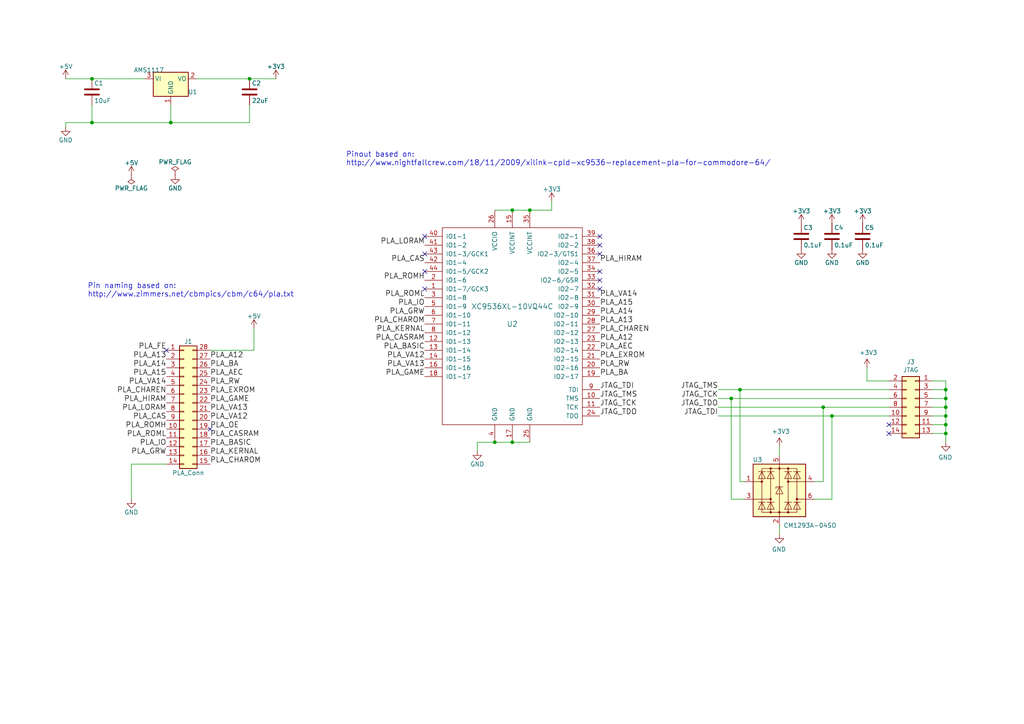
<source format=kicad_sch>
(kicad_sch (version 20231120) (generator "eeschema") (generator_version "8.0")
  (paper "A4")
  (title_block (title "DodgyPLA") (date "2019-10-14") (rev "3") (comment 1 "Commodore 64 PLA Replacement") (comment 2 "Heavily based on: http://github.com/desaster/c64-dodgypla") (comment 3 "http://github.com/hackup/c64-dodgypla"))
  (lib_symbols
    (symbol "Connector_Generic:Conn_02x07_Odd_Even" (pin_names (offset 1.016) hide)
      (property "Reference" "J" (at 1.27 10.16 0))
      (property "Value" "Conn_02x07_Odd_Even" (at 1.27 -10.16 0))
      (symbol "Conn_02x07_Odd_Even_1_1"
        (rectangle (start -1.27 -7.493) (end 0 -7.747) (stroke (width 0.1524)))
        (rectangle (start -1.27 -4.953) (end 0 -5.207) (stroke (width 0.1524)))
        (rectangle (start -1.27 -2.413) (end 0 -2.667) (stroke (width 0.1524)))
        (rectangle (start -1.27 0.127) (end 0 -0.127) (stroke (width 0.1524)))
        (rectangle (start -1.27 2.667) (end 0 2.413) (stroke (width 0.1524)))
        (rectangle (start -1.27 5.207) (end 0 4.953) (stroke (width 0.1524)))
        (rectangle (start -1.27 7.747) (end 0 7.493) (stroke (width 0.1524)))
        (rectangle (start -1.27 8.89) (end 3.81 -8.89) (stroke (width 0.254)) (fill (type background)))
        (rectangle (start 3.81 -7.493) (end 2.54 -7.747) (stroke (width 0.1524)))
        (rectangle (start 3.81 -4.953) (end 2.54 -5.207) (stroke (width 0.1524)))
        (rectangle (start 3.81 -2.413) (end 2.54 -2.667) (stroke (width 0.1524)))
        (rectangle (start 3.81 0.127) (end 2.54 -0.127) (stroke (width 0.1524)))
        (rectangle (start 3.81 2.667) (end 2.54 2.413) (stroke (width 0.1524)))
        (rectangle (start 3.81 5.207) (end 2.54 4.953) (stroke (width 0.1524)))
        (rectangle (start 3.81 7.747) (end 2.54 7.493) (stroke (width 0.1524)))
        (pin passive line (at -5.08 7.62 0) (length 3.81) (name "Pin_1") (number "1"))
        (pin passive line (at 7.62 -2.54 180) (length 3.81) (name "Pin_10") (number "10"))
        (pin passive line (at -5.08 -5.08 0) (length 3.81) (name "Pin_11") (number "11"))
        (pin passive line (at 7.62 -5.08 180) (length 3.81) (name "Pin_12") (number "12"))
        (pin passive line (at -5.08 -7.62 0) (length 3.81) (name "Pin_13") (number "13"))
        (pin passive line (at 7.62 -7.62 180) (length 3.81) (name "Pin_14") (number "14"))
        (pin passive line (at 7.62 7.62 180) (length 3.81) (name "Pin_2") (number "2"))
        (pin passive line (at -5.08 5.08 0) (length 3.81) (name "Pin_3") (number "3"))
        (pin passive line (at 7.62 5.08 180) (length 3.81) (name "Pin_4") (number "4"))
        (pin passive line (at -5.08 2.54 0) (length 3.81) (name "Pin_5") (number "5"))
        (pin passive line (at 7.62 2.54 180) (length 3.81) (name "Pin_6") (number "6"))
        (pin passive line (at -5.08 0 0) (length 3.81) (name "Pin_7") (number "7"))
        (pin passive line (at 7.62 0 180) (length 3.81) (name "Pin_8") (number "8"))
        (pin passive line (at -5.08 -2.54 0) (length 3.81) (name "Pin_9") (number "9"))
      )
    )
    (symbol "Regulator_Linear:AMS1117-3.3"
      (property "Reference" "U" (at -3.81 3.175 0))
      (property "Value" "AMS1117-3.3" (at 0 3.175 0))
      (symbol "AMS1117-3.3_0_1"
        (rectangle (start -5.08 -5.08) (end 5.08 1.905) (stroke (width 0.254)) (fill (type background)))
      )
      (symbol "AMS1117-3.3_1_1"
        (pin power_in line (at 0 -7.62 90) (length 2.54) (name "GND") (number "1"))
        (pin power_out line (at 7.62 0 180) (length 2.54) (name "VO") (number "2"))
        (pin power_in line (at -7.62 0 0) (length 2.54) (name "VI") (number "3"))
      )
    )
    (symbol "dodgypla-rescue:+3.3V-power" (power) (pin_names (offset 0))
      (property "Value" "power_+3.3V" (at 0 3.556 0))
      (symbol "+3.3V-power_0_1"
        (polyline (pts (xy -0.762 1.27) (xy 0 2.54)))
        (polyline (pts (xy 0 0) (xy 0 2.54)))
        (polyline (pts (xy 0 2.54) (xy 0.762 1.27)))
      )
      (symbol "+3.3V-power_1_1"
        (pin power_in line (at 0 0 90) (length 0) hide (name "+3V3") (number "1"))
      )
    )
    (symbol "dodgypla-rescue:+3V3-power" (power) (pin_names (offset 0))
      (property "Value" "power_+3V3" (at 0 3.556 0))
      (symbol "+3V3-power_0_1"
        (polyline (pts (xy -0.762 1.27) (xy 0 2.54)))
        (polyline (pts (xy 0 0) (xy 0 2.54)))
        (polyline (pts (xy 0 2.54) (xy 0.762 1.27)))
      )
      (symbol "+3V3-power_1_1"
        (pin power_in line (at 0 0 90) (length 0) hide (name "+3V3") (number "1"))
      )
    )
    (symbol "dodgypla-rescue:+5V-power" (power) (pin_names (offset 0))
      (property "Value" "power_+5V" (at 0 3.556 0))
      (symbol "+5V-power_0_1"
        (polyline (pts (xy -0.762 1.27) (xy 0 2.54)))
        (polyline (pts (xy 0 0) (xy 0 2.54)))
        (polyline (pts (xy 0 2.54) (xy 0.762 1.27)))
      )
      (symbol "+5V-power_1_1"
        (pin power_in line (at 0 0 90) (length 0) hide (name "+5V") (number "1"))
      )
    )
    (symbol "dodgypla-rescue:C-device-dodgypla-rescue" (pin_numbers hide) (pin_names (offset 0.254))
      (property "Reference" "C" (at 0.635 2.54 0))
      (property "Value" "dodgypla-rescue_C-device" (at 0.635 -2.54 0))
      (symbol "C-device-dodgypla-rescue_0_1"
        (polyline (pts (xy -2.032 -0.762) (xy 2.032 -0.762)) (stroke (width 0.508)))
        (polyline (pts (xy -2.032 0.762) (xy 2.032 0.762)) (stroke (width 0.508)))
      )
      (symbol "C-device-dodgypla-rescue_1_1"
        (pin passive line (at 0 3.81 270) (length 2.794) (name "~") (number "1"))
        (pin passive line (at 0 -3.81 90) (length 2.794) (name "~") (number "2"))
      )
    )
    (symbol "dodgypla-rescue:Conn_02x14_Counter_Clockwise-conn-dodgypla-rescue" (pin_names (offset 1.016) hide)
      (property "Reference" "J" (at 1.27 17.78 0))
      (property "Value" "dodgypla-rescue_Conn_02x14_Counter_Clockwise-conn" (at 1.27 -20.32 0))
      (symbol "Conn_02x14_Counter_Clockwise-conn-dodgypla-rescue_1_1"
        (rectangle (start -1.27 -17.653) (end 0 -17.907) (stroke (width 0.1524)))
        (rectangle (start -1.27 -15.113) (end 0 -15.367) (stroke (width 0.1524)))
        (rectangle (start -1.27 -12.573) (end 0 -12.827) (stroke (width 0.1524)))
        (rectangle (start -1.27 -10.033) (end 0 -10.287) (stroke (width 0.1524)))
        (rectangle (start -1.27 -7.493) (end 0 -7.747) (stroke (width 0.1524)))
        (rectangle (start -1.27 -4.953) (end 0 -5.207) (stroke (width 0.1524)))
        (rectangle (start -1.27 -2.413) (end 0 -2.667) (stroke (width 0.1524)))
        (rectangle (start -1.27 0.127) (end 0 -0.127) (stroke (width 0.1524)))
        (rectangle (start -1.27 2.667) (end 0 2.413) (stroke (width 0.1524)))
        (rectangle (start -1.27 5.207) (end 0 4.953) (stroke (width 0.1524)))
        (rectangle (start -1.27 7.747) (end 0 7.493) (stroke (width 0.1524)))
        (rectangle (start -1.27 10.287) (end 0 10.033) (stroke (width 0.1524)))
        (rectangle (start -1.27 12.827) (end 0 12.573) (stroke (width 0.1524)))
        (rectangle (start -1.27 15.367) (end 0 15.113) (stroke (width 0.1524)))
        (rectangle (start -1.27 16.51) (end 3.81 -19.05) (stroke (width 0.254)) (fill (type background)))
        (rectangle (start 3.81 -17.653) (end 2.54 -17.907) (stroke (width 0.1524)))
        (rectangle (start 3.81 -15.113) (end 2.54 -15.367) (stroke (width 0.1524)))
        (rectangle (start 3.81 -12.573) (end 2.54 -12.827) (stroke (width 0.1524)))
        (rectangle (start 3.81 -10.033) (end 2.54 -10.287) (stroke (width 0.1524)))
        (rectangle (start 3.81 -7.493) (end 2.54 -7.747) (stroke (width 0.1524)))
        (rectangle (start 3.81 -4.953) (end 2.54 -5.207) (stroke (width 0.1524)))
        (rectangle (start 3.81 -2.413) (end 2.54 -2.667) (stroke (width 0.1524)))
        (rectangle (start 3.81 0.127) (end 2.54 -0.127) (stroke (width 0.1524)))
        (rectangle (start 3.81 2.667) (end 2.54 2.413) (stroke (width 0.1524)))
        (rectangle (start 3.81 5.207) (end 2.54 4.953) (stroke (width 0.1524)))
        (rectangle (start 3.81 7.747) (end 2.54 7.493) (stroke (width 0.1524)))
        (rectangle (start 3.81 10.287) (end 2.54 10.033) (stroke (width 0.1524)))
        (rectangle (start 3.81 12.827) (end 2.54 12.573) (stroke (width 0.1524)))
        (rectangle (start 3.81 15.367) (end 2.54 15.113) (stroke (width 0.1524)))
        (pin passive line (at -5.08 15.24 0) (length 3.81) (name "Pin_1") (number "1"))
        (pin passive line (at -5.08 -7.62 0) (length 3.81) (name "Pin_10") (number "10"))
        (pin passive line (at -5.08 -10.16 0) (length 3.81) (name "Pin_11") (number "11"))
        (pin passive line (at -5.08 -12.7 0) (length 3.81) (name "Pin_12") (number "12"))
        (pin passive line (at -5.08 -15.24 0) (length 3.81) (name "Pin_13") (number "13"))
        (pin passive line (at -5.08 -17.78 0) (length 3.81) (name "Pin_14") (number "14"))
        (pin passive line (at 7.62 -17.78 180) (length 3.81) (name "Pin_15") (number "15"))
        (pin passive line (at 7.62 -15.24 180) (length 3.81) (name "Pin_16") (number "16"))
        (pin passive line (at 7.62 -12.7 180) (length 3.81) (name "Pin_17") (number "17"))
        (pin passive line (at 7.62 -10.16 180) (length 3.81) (name "Pin_18") (number "18"))
        (pin passive line (at 7.62 -7.62 180) (length 3.81) (name "Pin_19") (number "19"))
        (pin passive line (at -5.08 12.7 0) (length 3.81) (name "Pin_2") (number "2"))
        (pin passive line (at 7.62 -5.08 180) (length 3.81) (name "Pin_20") (number "20"))
        (pin passive line (at 7.62 -2.54 180) (length 3.81) (name "Pin_21") (number "21"))
        (pin passive line (at 7.62 0 180) (length 3.81) (name "Pin_22") (number "22"))
        (pin passive line (at 7.62 2.54 180) (length 3.81) (name "Pin_23") (number "23"))
        (pin passive line (at 7.62 5.08 180) (length 3.81) (name "Pin_24") (number "24"))
        (pin passive line (at 7.62 7.62 180) (length 3.81) (name "Pin_25") (number "25"))
        (pin passive line (at 7.62 10.16 180) (length 3.81) (name "Pin_26") (number "26"))
        (pin passive line (at 7.62 12.7 180) (length 3.81) (name "Pin_27") (number "27"))
        (pin passive line (at 7.62 15.24 180) (length 3.81) (name "Pin_28") (number "28"))
        (pin passive line (at -5.08 10.16 0) (length 3.81) (name "Pin_3") (number "3"))
        (pin passive line (at -5.08 7.62 0) (length 3.81) (name "Pin_4") (number "4"))
        (pin passive line (at -5.08 5.08 0) (length 3.81) (name "Pin_5") (number "5"))
        (pin passive line (at -5.08 2.54 0) (length 3.81) (name "Pin_6") (number "6"))
        (pin passive line (at -5.08 0 0) (length 3.81) (name "Pin_7") (number "7"))
        (pin passive line (at -5.08 -2.54 0) (length 3.81) (name "Pin_8") (number "8"))
        (pin passive line (at -5.08 -5.08 0) (length 3.81) (name "Pin_9") (number "9"))
      )
    )
    (symbol "dodgypla-rescue:GND-power" (power) (pin_names (offset 0))
      (property "Value" "power_GND" (at 0 -3.81 0))
      (symbol "GND-power_0_1"
        (polyline (pts (xy 0 0) (xy 0 -1.27) (xy 1.27 -1.27) (xy 0 -2.54) (xy -1.27 -1.27) (xy 0 -1.27)))
      )
      (symbol "GND-power_1_1"
        (pin power_in line (at 0 0 270) (length 0) hide (name "GND") (number "1"))
      )
    )
    (symbol "dodgypla-rescue:PWR_FLAG-power" (power) (pin_numbers hide) (pin_names (offset 0) hide)
      (property "Value" "power_PWR_FLAG" (at 0 3.81 0))
      (symbol "PWR_FLAG-power_0_0"
        (pin power_out line (at 0 0 90) (length 0) (name "pwr") (number "1"))
      )
      (symbol "PWR_FLAG-power_0_1"
        (polyline (pts (xy 0 0) (xy 0 1.27) (xy -1.016 1.905) (xy 0 2.54) (xy 1.016 1.905) (xy 0 1.27)))
      )
    )
    (symbol "xc9536xl-10vq44c:XC9536XL-10VQ44C" (pin_names (offset 1.016))
      (property "Reference" "U" (at 0 -2.54 0))
      (property "Value" "XC9536XL-10VQ44C" (at 0 2.54 0))
      (symbol "XC9536XL-10VQ44C_0_1"
        (rectangle (start -20.32 25.4) (end 20.32 -31.75))
      )
      (symbol "XC9536XL-10VQ44C_1_1"
        (pin bidirectional line (at -25.4 7.62 0) (length 5.08) (name "IO1-7/GCK3") (number "1"))
        (pin bidirectional line (at 25.4 -24.13 180) (length 5.08) (name "TMS") (number "10"))
        (pin bidirectional line (at 25.4 -26.67 180) (length 5.08) (name "TCK") (number "11"))
        (pin bidirectional line (at -25.4 -7.62 0) (length 5.08) (name "IO1-13") (number "12"))
        (pin bidirectional line (at -25.4 -10.16 0) (length 5.08) (name "IO1-14") (number "13"))
        (pin bidirectional line (at -25.4 -12.7 0) (length 5.08) (name "IO1-15") (number "14"))
        (pin power_in line (at 0 30.48 270) (length 5.08) (name "VCCINT") (number "15"))
        (pin bidirectional line (at -25.4 -15.24 0) (length 5.08) (name "IO1-16") (number "16"))
        (pin power_in line (at 0 -36.83 90) (length 5.08) (name "GND") (number "17"))
        (pin bidirectional line (at -25.4 -17.78 0) (length 5.08) (name "IO1-17") (number "18"))
        (pin bidirectional line (at 25.4 -17.78 180) (length 5.08) (name "IO2-17") (number "19"))
        (pin bidirectional line (at -25.4 10.16 0) (length 5.08) (name "IO1-6") (number "2"))
        (pin bidirectional line (at 25.4 -15.24 180) (length 5.08) (name "IO2-16") (number "20"))
        (pin bidirectional line (at 25.4 -12.7 180) (length 5.08) (name "IO2-15") (number "21"))
        (pin bidirectional line (at 25.4 -10.16 180) (length 5.08) (name "IO2-14") (number "22"))
        (pin bidirectional line (at 25.4 -7.62 180) (length 5.08) (name "IO2-13") (number "23"))
        (pin bidirectional line (at 25.4 -29.21 180) (length 5.08) (name "TDO") (number "24"))
        (pin power_in line (at 5.08 -36.83 90) (length 5.08) (name "GND") (number "25"))
        (pin power_in line (at -5.08 30.48 270) (length 5.08) (name "VCCIO") (number "26"))
        (pin bidirectional line (at 25.4 -5.08 180) (length 5.08) (name "IO2-12") (number "27"))
        (pin bidirectional line (at 25.4 -2.54 180) (length 5.08) (name "IO2-11") (number "28"))
        (pin bidirectional line (at 25.4 0 180) (length 5.08) (name "IO2-10") (number "29"))
        (pin bidirectional line (at -25.4 5.08 0) (length 5.08) (name "IO1-8") (number "3"))
        (pin bidirectional line (at 25.4 2.54 180) (length 5.08) (name "IO2-9") (number "30"))
        (pin bidirectional line (at 25.4 5.08 180) (length 5.08) (name "IO2-8") (number "31"))
        (pin bidirectional line (at 25.4 7.62 180) (length 5.08) (name "IO2-7") (number "32"))
        (pin bidirectional line (at 25.4 10.16 180) (length 5.08) (name "IO2-6/GSR") (number "33"))
        (pin bidirectional line (at 25.4 12.7 180) (length 5.08) (name "IO2-5") (number "34"))
        (pin power_in line (at 5.08 30.48 270) (length 5.08) (name "VCCINT") (number "35"))
        (pin bidirectional line (at 25.4 17.78 180) (length 5.08) (name "IO2-3/GTS1") (number "36"))
        (pin bidirectional line (at 25.4 15.24 180) (length 5.08) (name "IO2-4") (number "37"))
        (pin bidirectional line (at 25.4 20.32 180) (length 5.08) (name "IO2-2") (number "38"))
        (pin bidirectional line (at 25.4 22.86 180) (length 5.08) (name "IO2-1") (number "39"))
        (pin power_in line (at -5.08 -36.83 90) (length 5.08) (name "GND") (number "4"))
        (pin bidirectional line (at -25.4 22.86 0) (length 5.08) (name "IO1-1") (number "40"))
        (pin bidirectional line (at -25.4 20.32 0) (length 5.08) (name "IO1-2") (number "41"))
        (pin bidirectional line (at -25.4 15.24 0) (length 5.08) (name "IO1-4") (number "42"))
        (pin bidirectional line (at -25.4 17.78 0) (length 5.08) (name "IO1-3/GCK1") (number "43"))
        (pin bidirectional line (at -25.4 12.7 0) (length 5.08) (name "IO1-5/GCK2") (number "44"))
        (pin bidirectional line (at -25.4 2.54 0) (length 5.08) (name "IO1-9") (number "5"))
        (pin bidirectional line (at -25.4 0 0) (length 5.08) (name "IO1-10") (number "6"))
        (pin bidirectional line (at -25.4 -2.54 0) (length 5.08) (name "IO1-11") (number "7"))
        (pin bidirectional line (at -25.4 -5.08 0) (length 5.08) (name "IO1-12") (number "8"))
        (pin bidirectional line (at 25.4 -21.59 180) (length 5.08) (name "TDI") (number "9"))
      )
    )
    (symbol "xilinx-cpld-breakout-rescue:+3.3V-power" (power) (pin_names (offset 0))
      (property "Value" "power_+3.3V" (at 0 3.556 0))
      (symbol "+3.3V-power_0_1"
        (polyline (pts (xy -0.762 1.27) (xy 0 2.54)))
        (polyline (pts (xy 0 0) (xy 0 2.54)))
        (polyline (pts (xy 0 2.54) (xy 0.762 1.27)))
      )
      (symbol "+3.3V-power_1_1"
        (pin power_in line (at 0 0 90) (length 0) hide (name "+3V3") (number "1"))
      )
    )
    (symbol "xilinx-cpld-breakout-rescue:GND-power" (power) (pin_names (offset 0))
      (property "Value" "power_GND" (at 0 -3.81 0))
      (symbol "GND-power_0_1"
        (polyline (pts (xy 0 0) (xy 0 -1.27) (xy 1.27 -1.27) (xy 0 -2.54) (xy -1.27 -1.27) (xy 0 -1.27)))
      )
      (symbol "GND-power_1_1"
        (pin power_in line (at 0 0 270) (length 0) hide (name "GND") (number "1"))
      )
    )
    (symbol "xilinx-cpld-breakout-rescue:USBLC6-4SC6-Power_Protection" (pin_names hide)
      (property "Reference" "U" (at 2.54 8.89 0))
      (property "Value" "Power_Protection_USBLC6-4SC6" (at 2.54 -8.89 0))
      (symbol "USBLC6-4SC6-Power_Protection_0_1"
        (rectangle (start -7.62 -7.62) (end 7.62 7.62) (stroke (width 0.254)) (fill (type background)))
        (circle (center -5.08 2.54) (radius 0.254) (fill (type outline)))
        (circle (center -2.54 -6.35) (radius 0.254) (fill (type outline)))
        (circle (center -2.54 -2.54) (radius 0.254) (fill (type outline)))
        (circle (center -2.54 6.35) (radius 0.254) (fill (type outline)))
        (rectangle (start -2.54 6.35) (end 2.54 -6.35))
        (circle (center 0 -6.35) (radius 0.254) (fill (type outline)))
        (polyline (pts (xy -5.08 2.54) (xy -7.62 2.54)))
        (polyline (pts (xy -4.064 -3.429) (xy -6.096 -3.429)))
        (polyline (pts (xy -4.064 5.461) (xy -6.096 5.461)))
        (polyline (pts (xy -2.54 -2.54) (xy -7.62 -2.54)))
        (polyline (pts (xy -1.524 -3.429) (xy -3.556 -3.429)))
        (polyline (pts (xy -1.524 5.461) (xy -3.556 5.461)))
        (polyline (pts (xy 0 -7.62) (xy 0 -6.35)))
        (polyline (pts (xy 0 -6.35) (xy 0 1.27)))
        (polyline (pts (xy 0 1.27) (xy 0 6.35)))
        (polyline (pts (xy 0 6.35) (xy 0 7.62)))
        (polyline (pts (xy 1.524 -3.429) (xy 3.556 -3.429)))
        (polyline (pts (xy 1.524 5.461) (xy 3.556 5.461)))
        (polyline (pts (xy 2.54 2.54) (xy 7.62 2.54)))
        (polyline (pts (xy 4.064 -3.429) (xy 6.096 -3.429)))
        (polyline (pts (xy 4.064 5.461) (xy 6.096 5.461)))
        (polyline (pts (xy 5.08 -2.54) (xy 7.62 -2.54)))
        (polyline (pts (xy -6.096 -5.461) (xy -4.064 -5.461) (xy -5.08 -3.429) (xy -6.096 -5.461)))
        (polyline (pts (xy -6.096 3.429) (xy -4.064 3.429) (xy -5.08 5.461) (xy -6.096 3.429)))
        (polyline (pts (xy -3.556 -5.461) (xy -1.524 -5.461) (xy -2.54 -3.429) (xy -3.556 -5.461)))
        (polyline (pts (xy -3.556 3.429) (xy -1.524 3.429) (xy -2.54 5.461) (xy -3.556 3.429)))
        (polyline (pts (xy -2.54 6.35) (xy -5.08 6.35) (xy -5.08 -6.35) (xy -2.54 -6.35)))
        (polyline (pts (xy -1.016 -1.016) (xy 1.016 -1.016) (xy 0 1.016) (xy -1.016 -1.016)))
        (polyline (pts (xy 1.016 1.016) (xy 0.762 1.016) (xy -1.016 1.016) (xy -1.016 0.508)))
        (polyline (pts (xy 2.54 6.35) (xy 5.08 6.35) (xy 5.08 -6.35) (xy 2.54 -6.35)))
        (polyline (pts (xy 3.556 -5.461) (xy 1.524 -5.461) (xy 2.54 -3.429) (xy 3.556 -5.461)))
        (polyline (pts (xy 3.556 3.429) (xy 1.524 3.429) (xy 2.54 5.461) (xy 3.556 3.429)))
        (polyline (pts (xy 6.096 -5.461) (xy 4.064 -5.461) (xy 5.08 -3.429) (xy 6.096 -5.461)))
        (polyline (pts (xy 6.096 3.429) (xy 4.064 3.429) (xy 5.08 5.461) (xy 6.096 3.429)))
        (circle (center 0 6.35) (radius 0.254) (fill (type outline)))
        (circle (center 2.54 -6.35) (radius 0.254) (fill (type outline)))
        (circle (center 2.54 2.54) (radius 0.254) (fill (type outline)))
        (circle (center 2.54 6.35) (radius 0.254) (fill (type outline)))
        (circle (center 5.08 -2.54) (radius 0.254) (fill (type outline)))
      )
      (symbol "USBLC6-4SC6-Power_Protection_1_1"
        (pin passive line (at -10.16 2.54 0) (length 2.54) (name "I/O1") (number "1"))
        (pin passive line (at 0 -10.16 90) (length 2.54) (name "GND") (number "2"))
        (pin passive line (at -10.16 -2.54 0) (length 2.54) (name "I/O2") (number "3"))
        (pin passive line (at 10.16 2.54 180) (length 2.54) (name "I/O3") (number "4"))
        (pin passive line (at 0 10.16 270) (length 2.54) (name "VBUS") (number "5"))
        (pin passive line (at 10.16 -2.54 180) (length 2.54) (name "I/O4") (number "6"))
      )
    )
  )
  (junction (at 26.67 22.86))
  (junction (at 26.67 35.56))
  (junction (at 49.53 35.56))
  (junction (at 274.32 120.65))
  (junction (at 274.32 118.11))
  (junction (at 241.3 120.65))
  (junction (at 274.32 123.19))
  (junction (at 214.63 113.03))
  (junction (at 274.32 125.73))
  (junction (at 212.09 115.57))
  (junction (at 274.32 113.03))
  (junction (at 148.59 60.96))
  (junction (at 274.32 115.57))
  (junction (at 238.76 118.11))
  (junction (at 72.39 22.86))
  (junction (at 143.51 128.27))
  (junction (at 153.67 60.96))
  (junction (at 148.59 128.27))
  (no_connect (at 123.19 73.66))
  (no_connect (at 257.81 123.19))
  (no_connect (at 173.99 68.58))
  (no_connect (at 60.96 124.46))
  (no_connect (at 123.19 78.74))
  (no_connect (at 123.19 68.58))
  (no_connect (at 173.99 81.28))
  (no_connect (at 173.99 83.82))
  (no_connect (at 173.99 73.66))
  (no_connect (at 173.99 78.74))
  (no_connect (at 48.26 101.6))
  (no_connect (at 123.19 83.82))
  (no_connect (at 257.81 125.73))
  (no_connect (at 173.99 71.12))
  (wire (pts (xy 212.09 115.57) (xy 257.81 115.57)))
  (wire (pts (xy 148.59 60.96) (xy 153.67 60.96)))
  (wire (pts (xy 19.05 35.56) (xy 19.05 36.83)))
  (wire (pts (xy 270.51 113.03) (xy 274.32 113.03)))
  (wire (pts (xy 26.67 35.56) (xy 49.53 35.56)))
  (wire (pts (xy 274.32 110.49) (xy 270.51 110.49)))
  (wire (pts (xy 274.32 113.03) (xy 274.32 110.49)))
  (wire (pts (xy 270.51 125.73) (xy 274.32 125.73)))
  (wire (pts (xy 236.22 144.78) (xy 241.3 144.78)))
  (wire (pts (xy 238.76 118.11) (xy 257.81 118.11)))
  (wire (pts (xy 257.81 113.03) (xy 214.63 113.03)))
  (wire (pts (xy 148.59 128.27) (xy 153.67 128.27)))
  (wire (pts (xy 26.67 22.86) (xy 41.91 22.86)))
  (wire (pts (xy 270.51 123.19) (xy 274.32 123.19)))
  (wire (pts (xy 257.81 110.49) (xy 251.46 110.49)))
  (wire (pts (xy 215.9 139.7) (xy 214.63 139.7)))
  (wire (pts (xy 215.9 144.78) (xy 212.09 144.78)))
  (wire (pts (xy 270.51 115.57) (xy 274.32 115.57)))
  (wire (pts (xy 274.32 125.73) (xy 274.32 123.19)))
  (wire (pts (xy 274.32 128.27) (xy 274.32 125.73)))
  (wire (pts (xy 160.02 60.96) (xy 160.02 58.42)))
  (wire (pts (xy 73.66 101.6) (xy 73.66 95.25)))
  (wire (pts (xy 19.05 22.86) (xy 26.67 22.86)))
  (wire (pts (xy 238.76 139.7) (xy 238.76 118.11)))
  (wire (pts (xy 226.06 132.08) (xy 226.06 129.54)))
  (wire (pts (xy 208.28 118.11) (xy 238.76 118.11)))
  (wire (pts (xy 241.3 120.65) (xy 257.81 120.65)))
  (wire (pts (xy 270.51 120.65) (xy 274.32 120.65)))
  (wire (pts (xy 138.43 128.27) (xy 143.51 128.27)))
  (wire (pts (xy 274.32 123.19) (xy 274.32 120.65)))
  (wire (pts (xy 38.1 134.62) (xy 38.1 144.78)))
  (wire (pts (xy 19.05 35.56) (xy 26.67 35.56)))
  (wire (pts (xy 214.63 139.7) (xy 214.63 113.03)))
  (wire (pts (xy 251.46 110.49) (xy 251.46 106.68)))
  (wire (pts (xy 72.39 22.86) (xy 80.01 22.86)))
  (wire (pts (xy 26.67 30.48) (xy 26.67 35.56)))
  (wire (pts (xy 274.32 120.65) (xy 274.32 118.11)))
  (wire (pts (xy 212.09 144.78) (xy 212.09 115.57)))
  (wire (pts (xy 153.67 60.96) (xy 160.02 60.96)))
  (wire (pts (xy 274.32 118.11) (xy 274.32 115.57)))
  (wire (pts (xy 208.28 120.65) (xy 241.3 120.65)))
  (wire (pts (xy 226.06 154.94) (xy 226.06 152.4)))
  (wire (pts (xy 49.53 30.48) (xy 49.53 35.56)))
  (wire (pts (xy 236.22 139.7) (xy 238.76 139.7)))
  (wire (pts (xy 57.15 22.86) (xy 72.39 22.86)))
  (wire (pts (xy 143.51 128.27) (xy 148.59 128.27)))
  (wire (pts (xy 270.51 118.11) (xy 274.32 118.11)))
  (wire (pts (xy 72.39 35.56) (xy 72.39 30.48)))
  (wire (pts (xy 208.28 115.57) (xy 212.09 115.57)))
  (wire (pts (xy 241.3 144.78) (xy 241.3 120.65)))
  (wire (pts (xy 138.43 128.27) (xy 138.43 130.81)))
  (wire (pts (xy 60.96 101.6) (xy 73.66 101.6)))
  (wire (pts (xy 48.26 134.62) (xy 38.1 134.62)))
  (wire (pts (xy 143.51 60.96) (xy 148.59 60.96)))
  (wire (pts (xy 49.53 35.56) (xy 72.39 35.56)))
  (wire (pts (xy 274.32 115.57) (xy 274.32 113.03)))
  (wire (pts (xy 214.63 113.03) (xy 208.28 113.03)))
  (text "Pin naming based on:\nhttp://www.zimmers.net/cbmpics/cbm/c64/pla.txt" (at 25.4 86.36 0) (effects (font (size 1.524 1.524)) (justify left bottom)))
  (text "Pinout based on:\nhttp://www.nightfallcrew.com/18/11/2009/xilink-cpld-xc9536-replacement-pla-for-commodore-64/" (at 100.33 48.26 0) (effects (font (size 1.524 1.524)) (justify left bottom)))
  (label "PLA_HIRAM" (at 173.99 76.2 0) (effects (font (size 1.524 1.524))))
  (label "PLA_BA" (at 173.99 109.22 0) (effects (font (size 1.524 1.524))))
  (label "PLA_KERNAL" (at 60.96 132.08 0) (effects (font (size 1.524 1.524))))
  (label "PLA_VA14" (at 48.26 111.76 180) (effects (font (size 1.524 1.524))))
  (label "JTAG_TMS" (at 208.28 113.03 180) (effects (font (size 1.524 1.524))))
  (label "PLA_LORAM" (at 123.19 71.12 180) (effects (font (size 1.524 1.524))))
  (label "JTAG_TDI" (at 173.99 113.03 0) (effects (font (size 1.524 1.524))))
  (label "PLA_BASIC" (at 123.19 101.6 180) (effects (font (size 1.524 1.524))))
  (label "PLA_EXROM" (at 173.99 104.14 0) (effects (font (size 1.524 1.524))))
  (label "PLA_HIRAM" (at 48.26 116.84 180) (effects (font (size 1.524 1.524))))
  (label "JTAG_TDO" (at 173.99 120.65 0) (effects (font (size 1.524 1.524))))
  (label "PLA_FE" (at 48.26 101.6 180) (effects (font (size 1.524 1.524))))
  (label "JTAG_TCK" (at 173.99 118.11 0) (effects (font (size 1.524 1.524))))
  (label "PLA_CHAREN" (at 48.26 114.3 180) (effects (font (size 1.524 1.524))))
  (label "JTAG_TDO" (at 208.28 118.11 180) (effects (font (size 1.524 1.524))))
  (label "PLA_A13" (at 173.99 93.98 0) (effects (font (size 1.524 1.524))))
  (label "PLA_GRW" (at 123.19 91.44 180) (effects (font (size 1.524 1.524))))
  (label "PLA_VA12" (at 60.96 121.92 0) (effects (font (size 1.524 1.524))))
  (label "PLA_CASRAM" (at 123.19 99.06 180) (effects (font (size 1.524 1.524))))
  (label "PLA_AEC" (at 60.96 109.22 0) (effects (font (size 1.524 1.524))))
  (label "PLA_ROMH" (at 123.19 81.28 180) (effects (font (size 1.524 1.524))))
  (label "PLA_EXROM" (at 60.96 114.3 0) (effects (font (size 1.524 1.524))))
  (label "PLA_A15" (at 173.99 88.9 0) (effects (font (size 1.524 1.524))))
  (label "PLA_RW" (at 60.96 111.76 0) (effects (font (size 1.524 1.524))))
  (label "PLA_CHAREN" (at 173.99 96.52 0) (effects (font (size 1.524 1.524))))
  (label "PLA_CAS" (at 48.26 121.92 180) (effects (font (size 1.524 1.524))))
  (label "PLA_CHAROM" (at 123.19 93.98 180) (effects (font (size 1.524 1.524))))
  (label "JTAG_TMS" (at 173.99 115.57 0) (effects (font (size 1.524 1.524))))
  (label "PLA_GAME" (at 123.19 109.22 180) (effects (font (size 1.524 1.524))))
  (label "JTAG_TDI" (at 208.28 120.65 180) (effects (font (size 1.524 1.524))))
  (label "PLA_IO" (at 123.19 88.9 180) (effects (font (size 1.524 1.524))))
  (label "PLA_VA13" (at 60.96 119.38 0) (effects (font (size 1.524 1.524))))
  (label "PLA_ROML" (at 123.19 86.36 180) (effects (font (size 1.524 1.524))))
  (label "PLA_ROMH" (at 48.26 124.46 180) (effects (font (size 1.524 1.524))))
  (label "PLA_BASIC" (at 60.96 129.54 0) (effects (font (size 1.524 1.524))))
  (label "PLA_GAME" (at 60.96 116.84 0) (effects (font (size 1.524 1.524))))
  (label "PLA_BA" (at 60.96 106.68 0) (effects (font (size 1.524 1.524))))
  (label "PLA_CASRAM" (at 60.96 127 0) (effects (font (size 1.524 1.524))))
  (label "PLA_GRW" (at 48.26 132.08 180) (effects (font (size 1.524 1.524))))
  (label "PLA_OE" (at 60.96 124.46 0) (effects (font (size 1.524 1.524))))
  (label "PLA_KERNAL" (at 123.19 96.52 180) (effects (font (size 1.524 1.524))))
  (label "PLA_CHAROM" (at 60.96 134.62 0) (effects (font (size 1.524 1.524))))
  (label "PLA_IO" (at 48.26 129.54 180) (effects (font (size 1.524 1.524))))
  (label "PLA_VA12" (at 123.19 104.14 180) (effects (font (size 1.524 1.524))))
  (label "PLA_A12" (at 173.99 99.06 0) (effects (font (size 1.524 1.524))))
  (label "JTAG_TCK" (at 208.28 115.57 180) (effects (font (size 1.524 1.524))))
  (label "PLA_VA14" (at 173.99 86.36 0) (effects (font (size 1.524 1.524))))
  (label "PLA_VA13" (at 123.19 106.68 180) (effects (font (size 1.524 1.524))))
  (label "PLA_A15" (at 48.26 109.22 180) (effects (font (size 1.524 1.524))))
  (label "PLA_CAS" (at 123.19 76.2 180) (effects (font (size 1.524 1.524))))
  (label "PLA_AEC" (at 173.99 101.6 0) (effects (font (size 1.524 1.524))))
  (label "PLA_RW" (at 173.99 106.68 0) (effects (font (size 1.524 1.524))))
  (label "PLA_A14" (at 48.26 106.68 180) (effects (font (size 1.524 1.524))))
  (label "PLA_A14" (at 173.99 91.44 0) (effects (font (size 1.524 1.524))))
  (label "PLA_A12" (at 60.96 104.14 0) (effects (font (size 1.524 1.524))))
  (label "PLA_A13" (at 48.26 104.14 180) (effects (font (size 1.524 1.524))))
  (label "PLA_LORAM" (at 48.26 119.38 180) (effects (font (size 1.524 1.524))))
  (label "PLA_ROML" (at 48.26 127 180) (effects (font (size 1.524 1.524))))
  (symbol (lib_id "dodgypla-rescue:Conn_02x14_Counter_Clockwise-conn-dodgypla-rescue") (at 53.34 116.84 0) (unit 1)
    (property "Reference" "J1" (at 54.61 99.06 0))
    (property "Value" "PLA_Conn" (at 54.61 137.16 0))
    (property "Footprint" "Housings_DIP:DIP-28_W15.24mm_Socket" (effects (hide yes)))
  )
  (symbol (lib_id "dodgypla-rescue:+5V-power") (at 73.66 95.25 0) (unit 1)
    (property "Reference" "#PWR01" (effects (hide yes)))
    (property "Value" "+5V" (at 73.66 91.694 0))
  )
  (symbol (lib_id "dodgypla-rescue:GND-power") (at 38.1 144.78 0) (unit 1)
    (property "Reference" "#PWR02" (effects (hide yes)))
    (property "Value" "GND" (at 38.1 148.59 0))
  )
  (symbol (lib_id "dodgypla-rescue:+3.3V-power") (at 80.01 22.86 0) (unit 1)
    (property "Reference" "#PWR03" (effects (hide yes)))
    (property "Value" "+3V3" (at 80.01 19.304 0))
  )
  (symbol (lib_id "dodgypla-rescue:C-device-dodgypla-rescue") (at 72.39 26.67 0) (unit 1)
    (property "Reference" "C2" (at 73.025 24.13 0) (effects (justify left)))
    (property "Value" "22uF" (at 73.025 29.21 0) (effects (justify left)))
    (property "Footprint" "Capacitor_SMD:C_0805_2012Metric_Pad1.18x1.45mm_HandSolder" (effects (hide yes)))
  )
  (symbol (lib_id "dodgypla-rescue:+5V-power") (at 19.05 22.86 0) (unit 1)
    (property "Reference" "#PWR04" (effects (hide yes)))
    (property "Value" "+5V" (at 19.05 19.304 0))
  )
  (symbol (lib_id "dodgypla-rescue:C-device-dodgypla-rescue") (at 26.67 26.67 0) (unit 1)
    (property "Reference" "C1" (at 27.305 24.13 0) (effects (justify left)))
    (property "Value" "10uF" (at 27.305 29.21 0) (effects (justify left)))
    (property "Footprint" "Capacitor_SMD:C_0805_2012Metric_Pad1.18x1.45mm_HandSolder" (effects (hide yes)))
  )
  (symbol (lib_id "dodgypla-rescue:GND-power") (at 19.05 36.83 0) (unit 1)
    (property "Reference" "#PWR05" (effects (hide yes)))
    (property "Value" "GND" (at 19.05 40.64 0))
  )
  (symbol (lib_id "dodgypla-rescue:C-device-dodgypla-rescue") (at 232.41 68.58 0) (unit 1)
    (property "Reference" "C3" (at 233.045 66.04 0) (effects (justify left)))
    (property "Value" "0.1uF" (at 233.045 71.12 0) (effects (justify left)))
    (property "Footprint" "Capacitor_SMD:C_0805_2012Metric_Pad1.18x1.45mm_HandSolder" (effects (hide yes)))
  )
  (symbol (lib_id "dodgypla-rescue:+3.3V-power") (at 232.41 64.77 0) (unit 1)
    (property "Reference" "#PWR010" (effects (hide yes)))
    (property "Value" "+3V3" (at 232.41 61.214 0))
  )
  (symbol (lib_id "dodgypla-rescue:GND-power") (at 232.41 72.39 0) (unit 1)
    (property "Reference" "#PWR06" (effects (hide yes)))
    (property "Value" "GND" (at 232.41 76.2 0))
  )
  (symbol (lib_id "dodgypla-rescue:GND-power") (at 138.43 130.81 0) (unit 1)
    (property "Reference" "#PWR07" (effects (hide yes)))
    (property "Value" "GND" (at 138.43 134.62 0))
  )
  (symbol (lib_id "dodgypla-rescue:+5V-power") (at 38.1 50.8 0) (unit 1)
    (property "Reference" "#PWR08" (effects (hide yes)))
    (property "Value" "+5V" (at 38.1 47.244 0))
  )
  (symbol (lib_id "dodgypla-rescue:PWR_FLAG-power") (at 38.1 50.8 180) (unit 1)
    (property "Reference" "#FLG09" (effects (hide yes)))
    (property "Value" "PWR_FLAG" (at 38.1 54.61 0))
  )
  (symbol (lib_id "dodgypla-rescue:GND-power") (at 50.8 50.8 0) (unit 1)
    (property "Reference" "#PWR011" (effects (hide yes)))
    (property "Value" "GND" (at 50.8 54.61 0))
  )
  (symbol (lib_id "dodgypla-rescue:PWR_FLAG-power") (at 50.8 50.8 0) (unit 1)
    (property "Reference" "#FLG012" (effects (hide yes)))
    (property "Value" "PWR_FLAG" (at 50.8 46.99 0))
  )
  (symbol (lib_id "xc9536xl-10vq44c:XC9536XL-10VQ44C") (at 148.59 91.44 0) (unit 1)
    (property "Reference" "U2" (at 148.59 93.98 0) (effects (font (size 1.524 1.524))))
    (property "Value" "XC9536XL-10VQ44C" (at 148.59 88.9 0) (effects (font (size 1.524 1.524))))
    (property "Footprint" "Package_QFP:LQFP-44_10x10mm_P0.8mm" (effects (hide yes)))
  )
  (symbol (lib_id "dodgypla-rescue:+3V3-power") (at 160.02 58.42 0) (unit 1)
    (property "Reference" "#PWR013" (effects (hide yes)))
    (property "Value" "+3V3" (at 160.02 54.864 0))
  )
  (symbol (lib_id "Regulator_Linear:AMS1117-3.3") (at 49.53 22.86 0) (unit 1)
    (property "Reference" "U1" (at 55.88 26.67 0))
    (property "Value" "AMS1117" (at 43.18 20.32 0))
    (property "Footprint" "Package_TO_SOT_SMD:SOT-223-3_TabPin2" (effects (hide yes)))
    (property "Datasheet" "http://www.advanced-monolithic.com/pdf/ds1117.pdf" (effects (hide yes)))
    (property "Description" "1A Low Dropout regulator, positive, 3.3V fixed output, SOT-223" (effects (hide yes)))
  )
  (symbol (lib_id "dodgypla-rescue:C-device-dodgypla-rescue") (at 241.3 68.58 0) (unit 1)
    (property "Reference" "C4" (at 241.935 66.04 0) (effects (justify left)))
    (property "Value" "0.1uF" (at 241.935 71.12 0) (effects (justify left)))
    (property "Footprint" "Capacitor_SMD:C_0805_2012Metric_Pad1.18x1.45mm_HandSolder" (effects (hide yes)))
  )
  (symbol (lib_id "dodgypla-rescue:C-device-dodgypla-rescue") (at 250.19 68.58 0) (unit 1)
    (property "Reference" "C5" (at 250.825 66.04 0) (effects (justify left)))
    (property "Value" "0.1uF" (at 250.825 71.12 0) (effects (justify left)))
    (property "Footprint" "Capacitor_SMD:C_0805_2012Metric_Pad1.18x1.45mm_HandSolder" (effects (hide yes)))
  )
  (symbol (lib_id "dodgypla-rescue:+3.3V-power") (at 241.3 64.77 0) (unit 1)
    (property "Reference" "#PWR0103" (effects (hide yes)))
    (property "Value" "+3V3" (at 241.3 61.214 0))
  )
  (symbol (lib_id "dodgypla-rescue:+3.3V-power") (at 250.19 64.77 0) (unit 1)
    (property "Reference" "#PWR0104" (effects (hide yes)))
    (property "Value" "+3V3" (at 250.19 61.214 0))
  )
  (symbol (lib_id "dodgypla-rescue:GND-power") (at 241.3 72.39 0) (unit 1)
    (property "Reference" "#PWR0105" (effects (hide yes)))
    (property "Value" "GND" (at 241.3 76.2 0))
  )
  (symbol (lib_id "dodgypla-rescue:GND-power") (at 250.19 72.39 0) (unit 1)
    (property "Reference" "#PWR0106" (effects (hide yes)))
    (property "Value" "GND" (at 250.19 76.2 0))
  )
  (symbol (lib_id "xilinx-cpld-breakout-rescue:+3.3V-power") (at 226.06 129.54 0) (unit 1)
    (property "Reference" "#PWR09" (effects (hide yes)))
    (property "Value" "+3V3" (at 226.441 125.1458 0))
  )
  (symbol (lib_id "xilinx-cpld-breakout-rescue:GND-power") (at 274.32 128.27 0) (mirror y) (unit 1)
    (property "Reference" "#PWR015" (effects (hide yes)))
    (property "Value" "GND" (at 274.193 132.6642 0))
  )
  (symbol (lib_id "xilinx-cpld-breakout-rescue:GND-power") (at 226.06 154.94 0) (mirror y) (unit 1)
    (property "Reference" "#PWR012" (effects (hide yes)))
    (property "Value" "GND" (at 225.933 159.3342 0))
  )
  (symbol (lib_id "xilinx-cpld-breakout-rescue:+3.3V-power") (at 251.46 106.68 0) (unit 1)
    (property "Reference" "#PWR014" (effects (hide yes)))
    (property "Value" "+3V3" (at 251.841 102.2858 0))
  )
  (symbol (lib_id "xilinx-cpld-breakout-rescue:USBLC6-4SC6-Power_Protection") (at 226.06 142.24 0) (unit 1)
    (property "Reference" "U3" (at 219.71 133.35 0))
    (property "Value" "CM1293A−04SO" (at 234.95 152.4 0))
    (property "Footprint" "Package_TO_SOT_SMD:SC-74-6_1.55x2.9mm_P0.95mm" (effects (hide yes)))
    (property "Datasheet" "https://www.st.com/resource/en/datasheet/usblc6-4.pdf" (effects (hide yes)))
  )
  (symbol (lib_id "Connector_Generic:Conn_02x07_Odd_Even") (at 265.43 118.11 0) (mirror y) (unit 1)
    (property "Reference" "J3" (at 264.16 104.9782 0))
    (property "Value" "JTAG" (at 264.16 107.2896 0))
    (property "Footprint" "Connector_PinHeader_2.00mm:PinHeader_2x07_P2.00mm_Vertical" (effects (hide yes)))
  )
)
</source>
